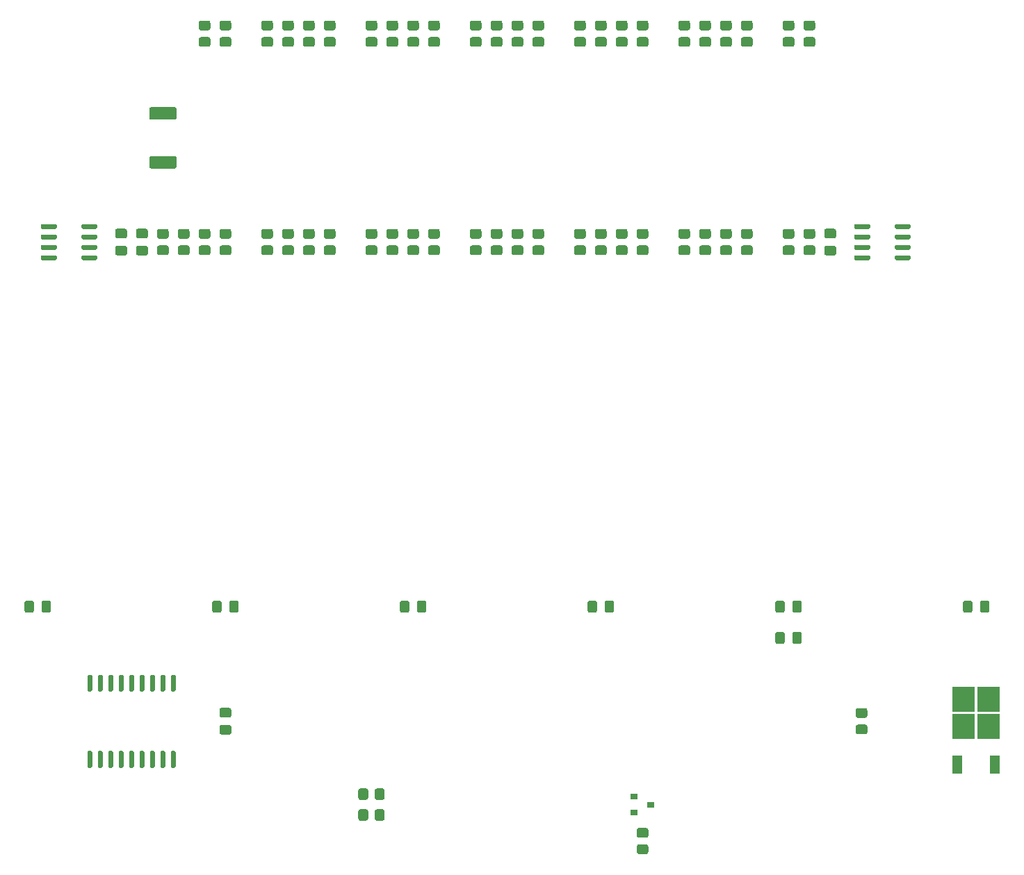
<source format=gtp>
G04 #@! TF.GenerationSoftware,KiCad,Pcbnew,(5.1.10)-1*
G04 #@! TF.CreationDate,2021-09-21T20:09:27+02:00*
G04 #@! TF.ProjectId,LED Strip clock,4c454420-5374-4726-9970-20636c6f636b,V1.0*
G04 #@! TF.SameCoordinates,Original*
G04 #@! TF.FileFunction,Paste,Top*
G04 #@! TF.FilePolarity,Positive*
%FSLAX46Y46*%
G04 Gerber Fmt 4.6, Leading zero omitted, Abs format (unit mm)*
G04 Created by KiCad (PCBNEW (5.1.10)-1) date 2021-09-21 20:09:27*
%MOMM*%
%LPD*%
G01*
G04 APERTURE LIST*
%ADD10R,1.200000X2.200000*%
%ADD11R,2.750000X3.050000*%
%ADD12R,0.900000X0.800000*%
G04 APERTURE END LIST*
G36*
G01*
X199620000Y-61745000D02*
X199620000Y-61445000D01*
G75*
G02*
X199770000Y-61295000I150000J0D01*
G01*
X201420000Y-61295000D01*
G75*
G02*
X201570000Y-61445000I0J-150000D01*
G01*
X201570000Y-61745000D01*
G75*
G02*
X201420000Y-61895000I-150000J0D01*
G01*
X199770000Y-61895000D01*
G75*
G02*
X199620000Y-61745000I0J150000D01*
G01*
G37*
G36*
G01*
X199620000Y-63015000D02*
X199620000Y-62715000D01*
G75*
G02*
X199770000Y-62565000I150000J0D01*
G01*
X201420000Y-62565000D01*
G75*
G02*
X201570000Y-62715000I0J-150000D01*
G01*
X201570000Y-63015000D01*
G75*
G02*
X201420000Y-63165000I-150000J0D01*
G01*
X199770000Y-63165000D01*
G75*
G02*
X199620000Y-63015000I0J150000D01*
G01*
G37*
G36*
G01*
X199620000Y-64285000D02*
X199620000Y-63985000D01*
G75*
G02*
X199770000Y-63835000I150000J0D01*
G01*
X201420000Y-63835000D01*
G75*
G02*
X201570000Y-63985000I0J-150000D01*
G01*
X201570000Y-64285000D01*
G75*
G02*
X201420000Y-64435000I-150000J0D01*
G01*
X199770000Y-64435000D01*
G75*
G02*
X199620000Y-64285000I0J150000D01*
G01*
G37*
G36*
G01*
X199620000Y-65555000D02*
X199620000Y-65255000D01*
G75*
G02*
X199770000Y-65105000I150000J0D01*
G01*
X201420000Y-65105000D01*
G75*
G02*
X201570000Y-65255000I0J-150000D01*
G01*
X201570000Y-65555000D01*
G75*
G02*
X201420000Y-65705000I-150000J0D01*
G01*
X199770000Y-65705000D01*
G75*
G02*
X199620000Y-65555000I0J150000D01*
G01*
G37*
G36*
G01*
X194670000Y-65555000D02*
X194670000Y-65255000D01*
G75*
G02*
X194820000Y-65105000I150000J0D01*
G01*
X196470000Y-65105000D01*
G75*
G02*
X196620000Y-65255000I0J-150000D01*
G01*
X196620000Y-65555000D01*
G75*
G02*
X196470000Y-65705000I-150000J0D01*
G01*
X194820000Y-65705000D01*
G75*
G02*
X194670000Y-65555000I0J150000D01*
G01*
G37*
G36*
G01*
X194670000Y-64285000D02*
X194670000Y-63985000D01*
G75*
G02*
X194820000Y-63835000I150000J0D01*
G01*
X196470000Y-63835000D01*
G75*
G02*
X196620000Y-63985000I0J-150000D01*
G01*
X196620000Y-64285000D01*
G75*
G02*
X196470000Y-64435000I-150000J0D01*
G01*
X194820000Y-64435000D01*
G75*
G02*
X194670000Y-64285000I0J150000D01*
G01*
G37*
G36*
G01*
X194670000Y-63015000D02*
X194670000Y-62715000D01*
G75*
G02*
X194820000Y-62565000I150000J0D01*
G01*
X196470000Y-62565000D01*
G75*
G02*
X196620000Y-62715000I0J-150000D01*
G01*
X196620000Y-63015000D01*
G75*
G02*
X196470000Y-63165000I-150000J0D01*
G01*
X194820000Y-63165000D01*
G75*
G02*
X194670000Y-63015000I0J150000D01*
G01*
G37*
G36*
G01*
X194670000Y-61745000D02*
X194670000Y-61445000D01*
G75*
G02*
X194820000Y-61295000I150000J0D01*
G01*
X196470000Y-61295000D01*
G75*
G02*
X196620000Y-61445000I0J-150000D01*
G01*
X196620000Y-61745000D01*
G75*
G02*
X196470000Y-61895000I-150000J0D01*
G01*
X194820000Y-61895000D01*
G75*
G02*
X194670000Y-61745000I0J150000D01*
G01*
G37*
G36*
G01*
X191295000Y-63950000D02*
X192245000Y-63950000D01*
G75*
G02*
X192495000Y-64200000I0J-250000D01*
G01*
X192495000Y-64875000D01*
G75*
G02*
X192245000Y-65125000I-250000J0D01*
G01*
X191295000Y-65125000D01*
G75*
G02*
X191045000Y-64875000I0J250000D01*
G01*
X191045000Y-64200000D01*
G75*
G02*
X191295000Y-63950000I250000J0D01*
G01*
G37*
G36*
G01*
X191295000Y-61875000D02*
X192245000Y-61875000D01*
G75*
G02*
X192495000Y-62125000I0J-250000D01*
G01*
X192495000Y-62800000D01*
G75*
G02*
X192245000Y-63050000I-250000J0D01*
G01*
X191295000Y-63050000D01*
G75*
G02*
X191045000Y-62800000I0J250000D01*
G01*
X191045000Y-62125000D01*
G75*
G02*
X191295000Y-61875000I250000J0D01*
G01*
G37*
G36*
G01*
X188779999Y-63900000D02*
X189680001Y-63900000D01*
G75*
G02*
X189930000Y-64149999I0J-249999D01*
G01*
X189930000Y-64850001D01*
G75*
G02*
X189680001Y-65100000I-249999J0D01*
G01*
X188779999Y-65100000D01*
G75*
G02*
X188530000Y-64850001I0J249999D01*
G01*
X188530000Y-64149999D01*
G75*
G02*
X188779999Y-63900000I249999J0D01*
G01*
G37*
G36*
G01*
X188779999Y-61900000D02*
X189680001Y-61900000D01*
G75*
G02*
X189930000Y-62149999I0J-249999D01*
G01*
X189930000Y-62850001D01*
G75*
G02*
X189680001Y-63100000I-249999J0D01*
G01*
X188779999Y-63100000D01*
G75*
G02*
X188530000Y-62850001I0J249999D01*
G01*
X188530000Y-62149999D01*
G75*
G02*
X188779999Y-61900000I249999J0D01*
G01*
G37*
G36*
G01*
X166820001Y-37700000D02*
X165919999Y-37700000D01*
G75*
G02*
X165670000Y-37450001I0J249999D01*
G01*
X165670000Y-36749999D01*
G75*
G02*
X165919999Y-36500000I249999J0D01*
G01*
X166820001Y-36500000D01*
G75*
G02*
X167070000Y-36749999I0J-249999D01*
G01*
X167070000Y-37450001D01*
G75*
G02*
X166820001Y-37700000I-249999J0D01*
G01*
G37*
G36*
G01*
X166820001Y-39700000D02*
X165919999Y-39700000D01*
G75*
G02*
X165670000Y-39450001I0J249999D01*
G01*
X165670000Y-38749999D01*
G75*
G02*
X165919999Y-38500000I249999J0D01*
G01*
X166820001Y-38500000D01*
G75*
G02*
X167070000Y-38749999I0J-249999D01*
G01*
X167070000Y-39450001D01*
G75*
G02*
X166820001Y-39700000I-249999J0D01*
G01*
G37*
G36*
G01*
X179520001Y-37700000D02*
X178619999Y-37700000D01*
G75*
G02*
X178370000Y-37450001I0J249999D01*
G01*
X178370000Y-36749999D01*
G75*
G02*
X178619999Y-36500000I249999J0D01*
G01*
X179520001Y-36500000D01*
G75*
G02*
X179770000Y-36749999I0J-249999D01*
G01*
X179770000Y-37450001D01*
G75*
G02*
X179520001Y-37700000I-249999J0D01*
G01*
G37*
G36*
G01*
X179520001Y-39700000D02*
X178619999Y-39700000D01*
G75*
G02*
X178370000Y-39450001I0J249999D01*
G01*
X178370000Y-38749999D01*
G75*
G02*
X178619999Y-38500000I249999J0D01*
G01*
X179520001Y-38500000D01*
G75*
G02*
X179770000Y-38749999I0J-249999D01*
G01*
X179770000Y-39450001D01*
G75*
G02*
X179520001Y-39700000I-249999J0D01*
G01*
G37*
G36*
G01*
X176079999Y-63900000D02*
X176980001Y-63900000D01*
G75*
G02*
X177230000Y-64149999I0J-249999D01*
G01*
X177230000Y-64850001D01*
G75*
G02*
X176980001Y-65100000I-249999J0D01*
G01*
X176079999Y-65100000D01*
G75*
G02*
X175830000Y-64850001I0J249999D01*
G01*
X175830000Y-64149999D01*
G75*
G02*
X176079999Y-63900000I249999J0D01*
G01*
G37*
G36*
G01*
X176079999Y-61900000D02*
X176980001Y-61900000D01*
G75*
G02*
X177230000Y-62149999I0J-249999D01*
G01*
X177230000Y-62850001D01*
G75*
G02*
X176980001Y-63100000I-249999J0D01*
G01*
X176079999Y-63100000D01*
G75*
G02*
X175830000Y-62850001I0J249999D01*
G01*
X175830000Y-62149999D01*
G75*
G02*
X176079999Y-61900000I249999J0D01*
G01*
G37*
G36*
G01*
X182060001Y-37700000D02*
X181159999Y-37700000D01*
G75*
G02*
X180910000Y-37450001I0J249999D01*
G01*
X180910000Y-36749999D01*
G75*
G02*
X181159999Y-36500000I249999J0D01*
G01*
X182060001Y-36500000D01*
G75*
G02*
X182310000Y-36749999I0J-249999D01*
G01*
X182310000Y-37450001D01*
G75*
G02*
X182060001Y-37700000I-249999J0D01*
G01*
G37*
G36*
G01*
X182060001Y-39700000D02*
X181159999Y-39700000D01*
G75*
G02*
X180910000Y-39450001I0J249999D01*
G01*
X180910000Y-38749999D01*
G75*
G02*
X181159999Y-38500000I249999J0D01*
G01*
X182060001Y-38500000D01*
G75*
G02*
X182310000Y-38749999I0J-249999D01*
G01*
X182310000Y-39450001D01*
G75*
G02*
X182060001Y-39700000I-249999J0D01*
G01*
G37*
G36*
G01*
X173539999Y-63900000D02*
X174440001Y-63900000D01*
G75*
G02*
X174690000Y-64149999I0J-249999D01*
G01*
X174690000Y-64850001D01*
G75*
G02*
X174440001Y-65100000I-249999J0D01*
G01*
X173539999Y-65100000D01*
G75*
G02*
X173290000Y-64850001I0J249999D01*
G01*
X173290000Y-64149999D01*
G75*
G02*
X173539999Y-63900000I249999J0D01*
G01*
G37*
G36*
G01*
X173539999Y-61900000D02*
X174440001Y-61900000D01*
G75*
G02*
X174690000Y-62149999I0J-249999D01*
G01*
X174690000Y-62850001D01*
G75*
G02*
X174440001Y-63100000I-249999J0D01*
G01*
X173539999Y-63100000D01*
G75*
G02*
X173290000Y-62850001I0J249999D01*
G01*
X173290000Y-62149999D01*
G75*
G02*
X173539999Y-61900000I249999J0D01*
G01*
G37*
G36*
G01*
X178619999Y-63900000D02*
X179520001Y-63900000D01*
G75*
G02*
X179770000Y-64149999I0J-249999D01*
G01*
X179770000Y-64850001D01*
G75*
G02*
X179520001Y-65100000I-249999J0D01*
G01*
X178619999Y-65100000D01*
G75*
G02*
X178370000Y-64850001I0J249999D01*
G01*
X178370000Y-64149999D01*
G75*
G02*
X178619999Y-63900000I249999J0D01*
G01*
G37*
G36*
G01*
X178619999Y-61900000D02*
X179520001Y-61900000D01*
G75*
G02*
X179770000Y-62149999I0J-249999D01*
G01*
X179770000Y-62850001D01*
G75*
G02*
X179520001Y-63100000I-249999J0D01*
G01*
X178619999Y-63100000D01*
G75*
G02*
X178370000Y-62850001I0J249999D01*
G01*
X178370000Y-62149999D01*
G75*
G02*
X178619999Y-61900000I249999J0D01*
G01*
G37*
G36*
G01*
X176980001Y-37700000D02*
X176079999Y-37700000D01*
G75*
G02*
X175830000Y-37450001I0J249999D01*
G01*
X175830000Y-36749999D01*
G75*
G02*
X176079999Y-36500000I249999J0D01*
G01*
X176980001Y-36500000D01*
G75*
G02*
X177230000Y-36749999I0J-249999D01*
G01*
X177230000Y-37450001D01*
G75*
G02*
X176980001Y-37700000I-249999J0D01*
G01*
G37*
G36*
G01*
X176980001Y-39700000D02*
X176079999Y-39700000D01*
G75*
G02*
X175830000Y-39450001I0J249999D01*
G01*
X175830000Y-38749999D01*
G75*
G02*
X176079999Y-38500000I249999J0D01*
G01*
X176980001Y-38500000D01*
G75*
G02*
X177230000Y-38749999I0J-249999D01*
G01*
X177230000Y-39450001D01*
G75*
G02*
X176980001Y-39700000I-249999J0D01*
G01*
G37*
G36*
G01*
X181159999Y-63900000D02*
X182060001Y-63900000D01*
G75*
G02*
X182310000Y-64149999I0J-249999D01*
G01*
X182310000Y-64850001D01*
G75*
G02*
X182060001Y-65100000I-249999J0D01*
G01*
X181159999Y-65100000D01*
G75*
G02*
X180910000Y-64850001I0J249999D01*
G01*
X180910000Y-64149999D01*
G75*
G02*
X181159999Y-63900000I249999J0D01*
G01*
G37*
G36*
G01*
X181159999Y-61900000D02*
X182060001Y-61900000D01*
G75*
G02*
X182310000Y-62149999I0J-249999D01*
G01*
X182310000Y-62850001D01*
G75*
G02*
X182060001Y-63100000I-249999J0D01*
G01*
X181159999Y-63100000D01*
G75*
G02*
X180910000Y-62850001I0J249999D01*
G01*
X180910000Y-62149999D01*
G75*
G02*
X181159999Y-61900000I249999J0D01*
G01*
G37*
G36*
G01*
X174440001Y-37700000D02*
X173539999Y-37700000D01*
G75*
G02*
X173290000Y-37450001I0J249999D01*
G01*
X173290000Y-36749999D01*
G75*
G02*
X173539999Y-36500000I249999J0D01*
G01*
X174440001Y-36500000D01*
G75*
G02*
X174690000Y-36749999I0J-249999D01*
G01*
X174690000Y-37450001D01*
G75*
G02*
X174440001Y-37700000I-249999J0D01*
G01*
G37*
G36*
G01*
X174440001Y-39700000D02*
X173539999Y-39700000D01*
G75*
G02*
X173290000Y-39450001I0J249999D01*
G01*
X173290000Y-38749999D01*
G75*
G02*
X173539999Y-38500000I249999J0D01*
G01*
X174440001Y-38500000D01*
G75*
G02*
X174690000Y-38749999I0J-249999D01*
G01*
X174690000Y-39450001D01*
G75*
G02*
X174440001Y-39700000I-249999J0D01*
G01*
G37*
G36*
G01*
X186239999Y-63900000D02*
X187140001Y-63900000D01*
G75*
G02*
X187390000Y-64149999I0J-249999D01*
G01*
X187390000Y-64850001D01*
G75*
G02*
X187140001Y-65100000I-249999J0D01*
G01*
X186239999Y-65100000D01*
G75*
G02*
X185990000Y-64850001I0J249999D01*
G01*
X185990000Y-64149999D01*
G75*
G02*
X186239999Y-63900000I249999J0D01*
G01*
G37*
G36*
G01*
X186239999Y-61900000D02*
X187140001Y-61900000D01*
G75*
G02*
X187390000Y-62149999I0J-249999D01*
G01*
X187390000Y-62850001D01*
G75*
G02*
X187140001Y-63100000I-249999J0D01*
G01*
X186239999Y-63100000D01*
G75*
G02*
X185990000Y-62850001I0J249999D01*
G01*
X185990000Y-62149999D01*
G75*
G02*
X186239999Y-61900000I249999J0D01*
G01*
G37*
G36*
G01*
X169360001Y-37700000D02*
X168459999Y-37700000D01*
G75*
G02*
X168210000Y-37450001I0J249999D01*
G01*
X168210000Y-36749999D01*
G75*
G02*
X168459999Y-36500000I249999J0D01*
G01*
X169360001Y-36500000D01*
G75*
G02*
X169610000Y-36749999I0J-249999D01*
G01*
X169610000Y-37450001D01*
G75*
G02*
X169360001Y-37700000I-249999J0D01*
G01*
G37*
G36*
G01*
X169360001Y-39700000D02*
X168459999Y-39700000D01*
G75*
G02*
X168210000Y-39450001I0J249999D01*
G01*
X168210000Y-38749999D01*
G75*
G02*
X168459999Y-38500000I249999J0D01*
G01*
X169360001Y-38500000D01*
G75*
G02*
X169610000Y-38749999I0J-249999D01*
G01*
X169610000Y-39450001D01*
G75*
G02*
X169360001Y-39700000I-249999J0D01*
G01*
G37*
G36*
G01*
X189680001Y-37700000D02*
X188779999Y-37700000D01*
G75*
G02*
X188530000Y-37450001I0J249999D01*
G01*
X188530000Y-36749999D01*
G75*
G02*
X188779999Y-36500000I249999J0D01*
G01*
X189680001Y-36500000D01*
G75*
G02*
X189930000Y-36749999I0J-249999D01*
G01*
X189930000Y-37450001D01*
G75*
G02*
X189680001Y-37700000I-249999J0D01*
G01*
G37*
G36*
G01*
X189680001Y-39700000D02*
X188779999Y-39700000D01*
G75*
G02*
X188530000Y-39450001I0J249999D01*
G01*
X188530000Y-38749999D01*
G75*
G02*
X188779999Y-38500000I249999J0D01*
G01*
X189680001Y-38500000D01*
G75*
G02*
X189930000Y-38749999I0J-249999D01*
G01*
X189930000Y-39450001D01*
G75*
G02*
X189680001Y-39700000I-249999J0D01*
G01*
G37*
G36*
G01*
X165919999Y-63900000D02*
X166820001Y-63900000D01*
G75*
G02*
X167070000Y-64149999I0J-249999D01*
G01*
X167070000Y-64850001D01*
G75*
G02*
X166820001Y-65100000I-249999J0D01*
G01*
X165919999Y-65100000D01*
G75*
G02*
X165670000Y-64850001I0J249999D01*
G01*
X165670000Y-64149999D01*
G75*
G02*
X165919999Y-63900000I249999J0D01*
G01*
G37*
G36*
G01*
X165919999Y-61900000D02*
X166820001Y-61900000D01*
G75*
G02*
X167070000Y-62149999I0J-249999D01*
G01*
X167070000Y-62850001D01*
G75*
G02*
X166820001Y-63100000I-249999J0D01*
G01*
X165919999Y-63100000D01*
G75*
G02*
X165670000Y-62850001I0J249999D01*
G01*
X165670000Y-62149999D01*
G75*
G02*
X165919999Y-61900000I249999J0D01*
G01*
G37*
G36*
G01*
X187140001Y-37700000D02*
X186239999Y-37700000D01*
G75*
G02*
X185990000Y-37450001I0J249999D01*
G01*
X185990000Y-36749999D01*
G75*
G02*
X186239999Y-36500000I249999J0D01*
G01*
X187140001Y-36500000D01*
G75*
G02*
X187390000Y-36749999I0J-249999D01*
G01*
X187390000Y-37450001D01*
G75*
G02*
X187140001Y-37700000I-249999J0D01*
G01*
G37*
G36*
G01*
X187140001Y-39700000D02*
X186239999Y-39700000D01*
G75*
G02*
X185990000Y-39450001I0J249999D01*
G01*
X185990000Y-38749999D01*
G75*
G02*
X186239999Y-38500000I249999J0D01*
G01*
X187140001Y-38500000D01*
G75*
G02*
X187390000Y-38749999I0J-249999D01*
G01*
X187390000Y-39450001D01*
G75*
G02*
X187140001Y-39700000I-249999J0D01*
G01*
G37*
G36*
G01*
X168459999Y-63900000D02*
X169360001Y-63900000D01*
G75*
G02*
X169610000Y-64149999I0J-249999D01*
G01*
X169610000Y-64850001D01*
G75*
G02*
X169360001Y-65100000I-249999J0D01*
G01*
X168459999Y-65100000D01*
G75*
G02*
X168210000Y-64850001I0J249999D01*
G01*
X168210000Y-64149999D01*
G75*
G02*
X168459999Y-63900000I249999J0D01*
G01*
G37*
G36*
G01*
X168459999Y-61900000D02*
X169360001Y-61900000D01*
G75*
G02*
X169610000Y-62149999I0J-249999D01*
G01*
X169610000Y-62850001D01*
G75*
G02*
X169360001Y-63100000I-249999J0D01*
G01*
X168459999Y-63100000D01*
G75*
G02*
X168210000Y-62850001I0J249999D01*
G01*
X168210000Y-62149999D01*
G75*
G02*
X168459999Y-61900000I249999J0D01*
G01*
G37*
G36*
G01*
X210000000Y-108425000D02*
X210000000Y-107475000D01*
G75*
G02*
X210250000Y-107225000I250000J0D01*
G01*
X210925000Y-107225000D01*
G75*
G02*
X211175000Y-107475000I0J-250000D01*
G01*
X211175000Y-108425000D01*
G75*
G02*
X210925000Y-108675000I-250000J0D01*
G01*
X210250000Y-108675000D01*
G75*
G02*
X210000000Y-108425000I0J250000D01*
G01*
G37*
G36*
G01*
X207925000Y-108425000D02*
X207925000Y-107475000D01*
G75*
G02*
X208175000Y-107225000I250000J0D01*
G01*
X208850000Y-107225000D01*
G75*
G02*
X209100000Y-107475000I0J-250000D01*
G01*
X209100000Y-108425000D01*
G75*
G02*
X208850000Y-108675000I-250000J0D01*
G01*
X208175000Y-108675000D01*
G75*
G02*
X207925000Y-108425000I0J250000D01*
G01*
G37*
G36*
G01*
X187140000Y-108425000D02*
X187140000Y-107475000D01*
G75*
G02*
X187390000Y-107225000I250000J0D01*
G01*
X188065000Y-107225000D01*
G75*
G02*
X188315000Y-107475000I0J-250000D01*
G01*
X188315000Y-108425000D01*
G75*
G02*
X188065000Y-108675000I-250000J0D01*
G01*
X187390000Y-108675000D01*
G75*
G02*
X187140000Y-108425000I0J250000D01*
G01*
G37*
G36*
G01*
X185065000Y-108425000D02*
X185065000Y-107475000D01*
G75*
G02*
X185315000Y-107225000I250000J0D01*
G01*
X185990000Y-107225000D01*
G75*
G02*
X186240000Y-107475000I0J-250000D01*
G01*
X186240000Y-108425000D01*
G75*
G02*
X185990000Y-108675000I-250000J0D01*
G01*
X185315000Y-108675000D01*
G75*
G02*
X185065000Y-108425000I0J250000D01*
G01*
G37*
G36*
G01*
X196030001Y-121520000D02*
X195129999Y-121520000D01*
G75*
G02*
X194880000Y-121270001I0J249999D01*
G01*
X194880000Y-120569999D01*
G75*
G02*
X195129999Y-120320000I249999J0D01*
G01*
X196030001Y-120320000D01*
G75*
G02*
X196280000Y-120569999I0J-249999D01*
G01*
X196280000Y-121270001D01*
G75*
G02*
X196030001Y-121520000I-249999J0D01*
G01*
G37*
G36*
G01*
X196030001Y-123520000D02*
X195129999Y-123520000D01*
G75*
G02*
X194880000Y-123270001I0J249999D01*
G01*
X194880000Y-122569999D01*
G75*
G02*
X195129999Y-122320000I249999J0D01*
G01*
X196030001Y-122320000D01*
G75*
G02*
X196280000Y-122569999I0J-249999D01*
G01*
X196280000Y-123270001D01*
G75*
G02*
X196030001Y-123520000I-249999J0D01*
G01*
G37*
G36*
G01*
X100560000Y-61745000D02*
X100560000Y-61445000D01*
G75*
G02*
X100710000Y-61295000I150000J0D01*
G01*
X102360000Y-61295000D01*
G75*
G02*
X102510000Y-61445000I0J-150000D01*
G01*
X102510000Y-61745000D01*
G75*
G02*
X102360000Y-61895000I-150000J0D01*
G01*
X100710000Y-61895000D01*
G75*
G02*
X100560000Y-61745000I0J150000D01*
G01*
G37*
G36*
G01*
X100560000Y-63015000D02*
X100560000Y-62715000D01*
G75*
G02*
X100710000Y-62565000I150000J0D01*
G01*
X102360000Y-62565000D01*
G75*
G02*
X102510000Y-62715000I0J-150000D01*
G01*
X102510000Y-63015000D01*
G75*
G02*
X102360000Y-63165000I-150000J0D01*
G01*
X100710000Y-63165000D01*
G75*
G02*
X100560000Y-63015000I0J150000D01*
G01*
G37*
G36*
G01*
X100560000Y-64285000D02*
X100560000Y-63985000D01*
G75*
G02*
X100710000Y-63835000I150000J0D01*
G01*
X102360000Y-63835000D01*
G75*
G02*
X102510000Y-63985000I0J-150000D01*
G01*
X102510000Y-64285000D01*
G75*
G02*
X102360000Y-64435000I-150000J0D01*
G01*
X100710000Y-64435000D01*
G75*
G02*
X100560000Y-64285000I0J150000D01*
G01*
G37*
G36*
G01*
X100560000Y-65555000D02*
X100560000Y-65255000D01*
G75*
G02*
X100710000Y-65105000I150000J0D01*
G01*
X102360000Y-65105000D01*
G75*
G02*
X102510000Y-65255000I0J-150000D01*
G01*
X102510000Y-65555000D01*
G75*
G02*
X102360000Y-65705000I-150000J0D01*
G01*
X100710000Y-65705000D01*
G75*
G02*
X100560000Y-65555000I0J150000D01*
G01*
G37*
G36*
G01*
X95610000Y-65555000D02*
X95610000Y-65255000D01*
G75*
G02*
X95760000Y-65105000I150000J0D01*
G01*
X97410000Y-65105000D01*
G75*
G02*
X97560000Y-65255000I0J-150000D01*
G01*
X97560000Y-65555000D01*
G75*
G02*
X97410000Y-65705000I-150000J0D01*
G01*
X95760000Y-65705000D01*
G75*
G02*
X95610000Y-65555000I0J150000D01*
G01*
G37*
G36*
G01*
X95610000Y-64285000D02*
X95610000Y-63985000D01*
G75*
G02*
X95760000Y-63835000I150000J0D01*
G01*
X97410000Y-63835000D01*
G75*
G02*
X97560000Y-63985000I0J-150000D01*
G01*
X97560000Y-64285000D01*
G75*
G02*
X97410000Y-64435000I-150000J0D01*
G01*
X95760000Y-64435000D01*
G75*
G02*
X95610000Y-64285000I0J150000D01*
G01*
G37*
G36*
G01*
X95610000Y-63015000D02*
X95610000Y-62715000D01*
G75*
G02*
X95760000Y-62565000I150000J0D01*
G01*
X97410000Y-62565000D01*
G75*
G02*
X97560000Y-62715000I0J-150000D01*
G01*
X97560000Y-63015000D01*
G75*
G02*
X97410000Y-63165000I-150000J0D01*
G01*
X95760000Y-63165000D01*
G75*
G02*
X95610000Y-63015000I0J150000D01*
G01*
G37*
G36*
G01*
X95610000Y-61745000D02*
X95610000Y-61445000D01*
G75*
G02*
X95760000Y-61295000I150000J0D01*
G01*
X97410000Y-61295000D01*
G75*
G02*
X97560000Y-61445000I0J-150000D01*
G01*
X97560000Y-61745000D01*
G75*
G02*
X97410000Y-61895000I-150000J0D01*
G01*
X95760000Y-61895000D01*
G75*
G02*
X95610000Y-61745000I0J150000D01*
G01*
G37*
G36*
G01*
X112579999Y-63900000D02*
X113480001Y-63900000D01*
G75*
G02*
X113730000Y-64149999I0J-249999D01*
G01*
X113730000Y-64850001D01*
G75*
G02*
X113480001Y-65100000I-249999J0D01*
G01*
X112579999Y-65100000D01*
G75*
G02*
X112330000Y-64850001I0J249999D01*
G01*
X112330000Y-64149999D01*
G75*
G02*
X112579999Y-63900000I249999J0D01*
G01*
G37*
G36*
G01*
X112579999Y-61900000D02*
X113480001Y-61900000D01*
G75*
G02*
X113730000Y-62149999I0J-249999D01*
G01*
X113730000Y-62850001D01*
G75*
G02*
X113480001Y-63100000I-249999J0D01*
G01*
X112579999Y-63100000D01*
G75*
G02*
X112330000Y-62850001I0J249999D01*
G01*
X112330000Y-62149999D01*
G75*
G02*
X112579999Y-61900000I249999J0D01*
G01*
G37*
G36*
G01*
X110940001Y-63100000D02*
X110039999Y-63100000D01*
G75*
G02*
X109790000Y-62850001I0J249999D01*
G01*
X109790000Y-62149999D01*
G75*
G02*
X110039999Y-61900000I249999J0D01*
G01*
X110940001Y-61900000D01*
G75*
G02*
X111190000Y-62149999I0J-249999D01*
G01*
X111190000Y-62850001D01*
G75*
G02*
X110940001Y-63100000I-249999J0D01*
G01*
G37*
G36*
G01*
X110940001Y-65100000D02*
X110039999Y-65100000D01*
G75*
G02*
X109790000Y-64850001I0J249999D01*
G01*
X109790000Y-64149999D01*
G75*
G02*
X110039999Y-63900000I249999J0D01*
G01*
X110940001Y-63900000D01*
G75*
G02*
X111190000Y-64149999I0J-249999D01*
G01*
X111190000Y-64850001D01*
G75*
G02*
X110940001Y-65100000I-249999J0D01*
G01*
G37*
G36*
G01*
X111915001Y-48575000D02*
X109064999Y-48575000D01*
G75*
G02*
X108815000Y-48325001I0J249999D01*
G01*
X108815000Y-47299999D01*
G75*
G02*
X109064999Y-47050000I249999J0D01*
G01*
X111915001Y-47050000D01*
G75*
G02*
X112165000Y-47299999I0J-249999D01*
G01*
X112165000Y-48325001D01*
G75*
G02*
X111915001Y-48575000I-249999J0D01*
G01*
G37*
G36*
G01*
X111915001Y-54550000D02*
X109064999Y-54550000D01*
G75*
G02*
X108815000Y-54300001I0J249999D01*
G01*
X108815000Y-53274999D01*
G75*
G02*
X109064999Y-53025000I249999J0D01*
G01*
X111915001Y-53025000D01*
G75*
G02*
X112165000Y-53274999I0J-249999D01*
G01*
X112165000Y-54300001D01*
G75*
G02*
X111915001Y-54550000I-249999J0D01*
G01*
G37*
G36*
G01*
X107475000Y-63950000D02*
X108425000Y-63950000D01*
G75*
G02*
X108675000Y-64200000I0J-250000D01*
G01*
X108675000Y-64875000D01*
G75*
G02*
X108425000Y-65125000I-250000J0D01*
G01*
X107475000Y-65125000D01*
G75*
G02*
X107225000Y-64875000I0J250000D01*
G01*
X107225000Y-64200000D01*
G75*
G02*
X107475000Y-63950000I250000J0D01*
G01*
G37*
G36*
G01*
X107475000Y-61875000D02*
X108425000Y-61875000D01*
G75*
G02*
X108675000Y-62125000I0J-250000D01*
G01*
X108675000Y-62800000D01*
G75*
G02*
X108425000Y-63050000I-250000J0D01*
G01*
X107475000Y-63050000D01*
G75*
G02*
X107225000Y-62800000I0J250000D01*
G01*
X107225000Y-62125000D01*
G75*
G02*
X107475000Y-61875000I250000J0D01*
G01*
G37*
G36*
G01*
X105885000Y-63050000D02*
X104935000Y-63050000D01*
G75*
G02*
X104685000Y-62800000I0J250000D01*
G01*
X104685000Y-62125000D01*
G75*
G02*
X104935000Y-61875000I250000J0D01*
G01*
X105885000Y-61875000D01*
G75*
G02*
X106135000Y-62125000I0J-250000D01*
G01*
X106135000Y-62800000D01*
G75*
G02*
X105885000Y-63050000I-250000J0D01*
G01*
G37*
G36*
G01*
X105885000Y-65125000D02*
X104935000Y-65125000D01*
G75*
G02*
X104685000Y-64875000I0J250000D01*
G01*
X104685000Y-64200000D01*
G75*
G02*
X104935000Y-63950000I250000J0D01*
G01*
X105885000Y-63950000D01*
G75*
G02*
X106135000Y-64200000I0J-250000D01*
G01*
X106135000Y-64875000D01*
G75*
G02*
X105885000Y-65125000I-250000J0D01*
G01*
G37*
G36*
G01*
X111610000Y-125545000D02*
X111910000Y-125545000D01*
G75*
G02*
X112060000Y-125695000I0J-150000D01*
G01*
X112060000Y-127445000D01*
G75*
G02*
X111910000Y-127595000I-150000J0D01*
G01*
X111610000Y-127595000D01*
G75*
G02*
X111460000Y-127445000I0J150000D01*
G01*
X111460000Y-125695000D01*
G75*
G02*
X111610000Y-125545000I150000J0D01*
G01*
G37*
G36*
G01*
X110340000Y-125545000D02*
X110640000Y-125545000D01*
G75*
G02*
X110790000Y-125695000I0J-150000D01*
G01*
X110790000Y-127445000D01*
G75*
G02*
X110640000Y-127595000I-150000J0D01*
G01*
X110340000Y-127595000D01*
G75*
G02*
X110190000Y-127445000I0J150000D01*
G01*
X110190000Y-125695000D01*
G75*
G02*
X110340000Y-125545000I150000J0D01*
G01*
G37*
G36*
G01*
X109070000Y-125545000D02*
X109370000Y-125545000D01*
G75*
G02*
X109520000Y-125695000I0J-150000D01*
G01*
X109520000Y-127445000D01*
G75*
G02*
X109370000Y-127595000I-150000J0D01*
G01*
X109070000Y-127595000D01*
G75*
G02*
X108920000Y-127445000I0J150000D01*
G01*
X108920000Y-125695000D01*
G75*
G02*
X109070000Y-125545000I150000J0D01*
G01*
G37*
G36*
G01*
X107800000Y-125545000D02*
X108100000Y-125545000D01*
G75*
G02*
X108250000Y-125695000I0J-150000D01*
G01*
X108250000Y-127445000D01*
G75*
G02*
X108100000Y-127595000I-150000J0D01*
G01*
X107800000Y-127595000D01*
G75*
G02*
X107650000Y-127445000I0J150000D01*
G01*
X107650000Y-125695000D01*
G75*
G02*
X107800000Y-125545000I150000J0D01*
G01*
G37*
G36*
G01*
X106530000Y-125545000D02*
X106830000Y-125545000D01*
G75*
G02*
X106980000Y-125695000I0J-150000D01*
G01*
X106980000Y-127445000D01*
G75*
G02*
X106830000Y-127595000I-150000J0D01*
G01*
X106530000Y-127595000D01*
G75*
G02*
X106380000Y-127445000I0J150000D01*
G01*
X106380000Y-125695000D01*
G75*
G02*
X106530000Y-125545000I150000J0D01*
G01*
G37*
G36*
G01*
X105260000Y-125545000D02*
X105560000Y-125545000D01*
G75*
G02*
X105710000Y-125695000I0J-150000D01*
G01*
X105710000Y-127445000D01*
G75*
G02*
X105560000Y-127595000I-150000J0D01*
G01*
X105260000Y-127595000D01*
G75*
G02*
X105110000Y-127445000I0J150000D01*
G01*
X105110000Y-125695000D01*
G75*
G02*
X105260000Y-125545000I150000J0D01*
G01*
G37*
G36*
G01*
X103990000Y-125545000D02*
X104290000Y-125545000D01*
G75*
G02*
X104440000Y-125695000I0J-150000D01*
G01*
X104440000Y-127445000D01*
G75*
G02*
X104290000Y-127595000I-150000J0D01*
G01*
X103990000Y-127595000D01*
G75*
G02*
X103840000Y-127445000I0J150000D01*
G01*
X103840000Y-125695000D01*
G75*
G02*
X103990000Y-125545000I150000J0D01*
G01*
G37*
G36*
G01*
X102720000Y-125545000D02*
X103020000Y-125545000D01*
G75*
G02*
X103170000Y-125695000I0J-150000D01*
G01*
X103170000Y-127445000D01*
G75*
G02*
X103020000Y-127595000I-150000J0D01*
G01*
X102720000Y-127595000D01*
G75*
G02*
X102570000Y-127445000I0J150000D01*
G01*
X102570000Y-125695000D01*
G75*
G02*
X102720000Y-125545000I150000J0D01*
G01*
G37*
G36*
G01*
X101450000Y-125545000D02*
X101750000Y-125545000D01*
G75*
G02*
X101900000Y-125695000I0J-150000D01*
G01*
X101900000Y-127445000D01*
G75*
G02*
X101750000Y-127595000I-150000J0D01*
G01*
X101450000Y-127595000D01*
G75*
G02*
X101300000Y-127445000I0J150000D01*
G01*
X101300000Y-125695000D01*
G75*
G02*
X101450000Y-125545000I150000J0D01*
G01*
G37*
G36*
G01*
X101450000Y-116245000D02*
X101750000Y-116245000D01*
G75*
G02*
X101900000Y-116395000I0J-150000D01*
G01*
X101900000Y-118145000D01*
G75*
G02*
X101750000Y-118295000I-150000J0D01*
G01*
X101450000Y-118295000D01*
G75*
G02*
X101300000Y-118145000I0J150000D01*
G01*
X101300000Y-116395000D01*
G75*
G02*
X101450000Y-116245000I150000J0D01*
G01*
G37*
G36*
G01*
X102720000Y-116245000D02*
X103020000Y-116245000D01*
G75*
G02*
X103170000Y-116395000I0J-150000D01*
G01*
X103170000Y-118145000D01*
G75*
G02*
X103020000Y-118295000I-150000J0D01*
G01*
X102720000Y-118295000D01*
G75*
G02*
X102570000Y-118145000I0J150000D01*
G01*
X102570000Y-116395000D01*
G75*
G02*
X102720000Y-116245000I150000J0D01*
G01*
G37*
G36*
G01*
X103990000Y-116245000D02*
X104290000Y-116245000D01*
G75*
G02*
X104440000Y-116395000I0J-150000D01*
G01*
X104440000Y-118145000D01*
G75*
G02*
X104290000Y-118295000I-150000J0D01*
G01*
X103990000Y-118295000D01*
G75*
G02*
X103840000Y-118145000I0J150000D01*
G01*
X103840000Y-116395000D01*
G75*
G02*
X103990000Y-116245000I150000J0D01*
G01*
G37*
G36*
G01*
X105260000Y-116245000D02*
X105560000Y-116245000D01*
G75*
G02*
X105710000Y-116395000I0J-150000D01*
G01*
X105710000Y-118145000D01*
G75*
G02*
X105560000Y-118295000I-150000J0D01*
G01*
X105260000Y-118295000D01*
G75*
G02*
X105110000Y-118145000I0J150000D01*
G01*
X105110000Y-116395000D01*
G75*
G02*
X105260000Y-116245000I150000J0D01*
G01*
G37*
G36*
G01*
X106530000Y-116245000D02*
X106830000Y-116245000D01*
G75*
G02*
X106980000Y-116395000I0J-150000D01*
G01*
X106980000Y-118145000D01*
G75*
G02*
X106830000Y-118295000I-150000J0D01*
G01*
X106530000Y-118295000D01*
G75*
G02*
X106380000Y-118145000I0J150000D01*
G01*
X106380000Y-116395000D01*
G75*
G02*
X106530000Y-116245000I150000J0D01*
G01*
G37*
G36*
G01*
X107800000Y-116245000D02*
X108100000Y-116245000D01*
G75*
G02*
X108250000Y-116395000I0J-150000D01*
G01*
X108250000Y-118145000D01*
G75*
G02*
X108100000Y-118295000I-150000J0D01*
G01*
X107800000Y-118295000D01*
G75*
G02*
X107650000Y-118145000I0J150000D01*
G01*
X107650000Y-116395000D01*
G75*
G02*
X107800000Y-116245000I150000J0D01*
G01*
G37*
G36*
G01*
X109070000Y-116245000D02*
X109370000Y-116245000D01*
G75*
G02*
X109520000Y-116395000I0J-150000D01*
G01*
X109520000Y-118145000D01*
G75*
G02*
X109370000Y-118295000I-150000J0D01*
G01*
X109070000Y-118295000D01*
G75*
G02*
X108920000Y-118145000I0J150000D01*
G01*
X108920000Y-116395000D01*
G75*
G02*
X109070000Y-116245000I150000J0D01*
G01*
G37*
G36*
G01*
X110340000Y-116245000D02*
X110640000Y-116245000D01*
G75*
G02*
X110790000Y-116395000I0J-150000D01*
G01*
X110790000Y-118145000D01*
G75*
G02*
X110640000Y-118295000I-150000J0D01*
G01*
X110340000Y-118295000D01*
G75*
G02*
X110190000Y-118145000I0J150000D01*
G01*
X110190000Y-116395000D01*
G75*
G02*
X110340000Y-116245000I150000J0D01*
G01*
G37*
G36*
G01*
X111610000Y-116245000D02*
X111910000Y-116245000D01*
G75*
G02*
X112060000Y-116395000I0J-150000D01*
G01*
X112060000Y-118145000D01*
G75*
G02*
X111910000Y-118295000I-150000J0D01*
G01*
X111610000Y-118295000D01*
G75*
G02*
X111460000Y-118145000I0J150000D01*
G01*
X111460000Y-116395000D01*
G75*
G02*
X111610000Y-116245000I150000J0D01*
G01*
G37*
G36*
G01*
X135490000Y-130359999D02*
X135490000Y-131260001D01*
G75*
G02*
X135240001Y-131510000I-249999J0D01*
G01*
X134539999Y-131510000D01*
G75*
G02*
X134290000Y-131260001I0J249999D01*
G01*
X134290000Y-130359999D01*
G75*
G02*
X134539999Y-130110000I249999J0D01*
G01*
X135240001Y-130110000D01*
G75*
G02*
X135490000Y-130359999I0J-249999D01*
G01*
G37*
G36*
G01*
X137490000Y-130359999D02*
X137490000Y-131260001D01*
G75*
G02*
X137240001Y-131510000I-249999J0D01*
G01*
X136539999Y-131510000D01*
G75*
G02*
X136290000Y-131260001I0J249999D01*
G01*
X136290000Y-130359999D01*
G75*
G02*
X136539999Y-130110000I249999J0D01*
G01*
X137240001Y-130110000D01*
G75*
G02*
X137490000Y-130359999I0J-249999D01*
G01*
G37*
G36*
G01*
X135490000Y-132899999D02*
X135490000Y-133800001D01*
G75*
G02*
X135240001Y-134050000I-249999J0D01*
G01*
X134539999Y-134050000D01*
G75*
G02*
X134290000Y-133800001I0J249999D01*
G01*
X134290000Y-132899999D01*
G75*
G02*
X134539999Y-132650000I249999J0D01*
G01*
X135240001Y-132650000D01*
G75*
G02*
X135490000Y-132899999I0J-249999D01*
G01*
G37*
G36*
G01*
X137490000Y-132899999D02*
X137490000Y-133800001D01*
G75*
G02*
X137240001Y-134050000I-249999J0D01*
G01*
X136539999Y-134050000D01*
G75*
G02*
X136290000Y-133800001I0J249999D01*
G01*
X136290000Y-132899999D01*
G75*
G02*
X136539999Y-132650000I249999J0D01*
G01*
X137240001Y-132650000D01*
G75*
G02*
X137490000Y-132899999I0J-249999D01*
G01*
G37*
G36*
G01*
X118585000Y-121470000D02*
X117635000Y-121470000D01*
G75*
G02*
X117385000Y-121220000I0J250000D01*
G01*
X117385000Y-120545000D01*
G75*
G02*
X117635000Y-120295000I250000J0D01*
G01*
X118585000Y-120295000D01*
G75*
G02*
X118835000Y-120545000I0J-250000D01*
G01*
X118835000Y-121220000D01*
G75*
G02*
X118585000Y-121470000I-250000J0D01*
G01*
G37*
G36*
G01*
X118585000Y-123545000D02*
X117635000Y-123545000D01*
G75*
G02*
X117385000Y-123295000I0J250000D01*
G01*
X117385000Y-122620000D01*
G75*
G02*
X117635000Y-122370000I250000J0D01*
G01*
X118585000Y-122370000D01*
G75*
G02*
X118835000Y-122620000I0J-250000D01*
G01*
X118835000Y-123295000D01*
G75*
G02*
X118585000Y-123545000I-250000J0D01*
G01*
G37*
G36*
G01*
X163379999Y-63900000D02*
X164280001Y-63900000D01*
G75*
G02*
X164530000Y-64149999I0J-249999D01*
G01*
X164530000Y-64850001D01*
G75*
G02*
X164280001Y-65100000I-249999J0D01*
G01*
X163379999Y-65100000D01*
G75*
G02*
X163130000Y-64850001I0J249999D01*
G01*
X163130000Y-64149999D01*
G75*
G02*
X163379999Y-63900000I249999J0D01*
G01*
G37*
G36*
G01*
X163379999Y-61900000D02*
X164280001Y-61900000D01*
G75*
G02*
X164530000Y-62149999I0J-249999D01*
G01*
X164530000Y-62850001D01*
G75*
G02*
X164280001Y-63100000I-249999J0D01*
G01*
X163379999Y-63100000D01*
G75*
G02*
X163130000Y-62850001I0J249999D01*
G01*
X163130000Y-62149999D01*
G75*
G02*
X163379999Y-61900000I249999J0D01*
G01*
G37*
G36*
G01*
X141420001Y-37700000D02*
X140519999Y-37700000D01*
G75*
G02*
X140270000Y-37450001I0J249999D01*
G01*
X140270000Y-36749999D01*
G75*
G02*
X140519999Y-36500000I249999J0D01*
G01*
X141420001Y-36500000D01*
G75*
G02*
X141670000Y-36749999I0J-249999D01*
G01*
X141670000Y-37450001D01*
G75*
G02*
X141420001Y-37700000I-249999J0D01*
G01*
G37*
G36*
G01*
X141420001Y-39700000D02*
X140519999Y-39700000D01*
G75*
G02*
X140270000Y-39450001I0J249999D01*
G01*
X140270000Y-38749999D01*
G75*
G02*
X140519999Y-38500000I249999J0D01*
G01*
X141420001Y-38500000D01*
G75*
G02*
X141670000Y-38749999I0J-249999D01*
G01*
X141670000Y-39450001D01*
G75*
G02*
X141420001Y-39700000I-249999J0D01*
G01*
G37*
G36*
G01*
X137979999Y-63900000D02*
X138880001Y-63900000D01*
G75*
G02*
X139130000Y-64149999I0J-249999D01*
G01*
X139130000Y-64850001D01*
G75*
G02*
X138880001Y-65100000I-249999J0D01*
G01*
X137979999Y-65100000D01*
G75*
G02*
X137730000Y-64850001I0J249999D01*
G01*
X137730000Y-64149999D01*
G75*
G02*
X137979999Y-63900000I249999J0D01*
G01*
G37*
G36*
G01*
X137979999Y-61900000D02*
X138880001Y-61900000D01*
G75*
G02*
X139130000Y-62149999I0J-249999D01*
G01*
X139130000Y-62850001D01*
G75*
G02*
X138880001Y-63100000I-249999J0D01*
G01*
X137979999Y-63100000D01*
G75*
G02*
X137730000Y-62850001I0J249999D01*
G01*
X137730000Y-62149999D01*
G75*
G02*
X137979999Y-61900000I249999J0D01*
G01*
G37*
G36*
G01*
X125279999Y-63900000D02*
X126180001Y-63900000D01*
G75*
G02*
X126430000Y-64149999I0J-249999D01*
G01*
X126430000Y-64850001D01*
G75*
G02*
X126180001Y-65100000I-249999J0D01*
G01*
X125279999Y-65100000D01*
G75*
G02*
X125030000Y-64850001I0J249999D01*
G01*
X125030000Y-64149999D01*
G75*
G02*
X125279999Y-63900000I249999J0D01*
G01*
G37*
G36*
G01*
X125279999Y-61900000D02*
X126180001Y-61900000D01*
G75*
G02*
X126430000Y-62149999I0J-249999D01*
G01*
X126430000Y-62850001D01*
G75*
G02*
X126180001Y-63100000I-249999J0D01*
G01*
X125279999Y-63100000D01*
G75*
G02*
X125030000Y-62850001I0J249999D01*
G01*
X125030000Y-62149999D01*
G75*
G02*
X125279999Y-61900000I249999J0D01*
G01*
G37*
G36*
G01*
X154120001Y-37700000D02*
X153219999Y-37700000D01*
G75*
G02*
X152970000Y-37450001I0J249999D01*
G01*
X152970000Y-36749999D01*
G75*
G02*
X153219999Y-36500000I249999J0D01*
G01*
X154120001Y-36500000D01*
G75*
G02*
X154370000Y-36749999I0J-249999D01*
G01*
X154370000Y-37450001D01*
G75*
G02*
X154120001Y-37700000I-249999J0D01*
G01*
G37*
G36*
G01*
X154120001Y-39700000D02*
X153219999Y-39700000D01*
G75*
G02*
X152970000Y-39450001I0J249999D01*
G01*
X152970000Y-38749999D01*
G75*
G02*
X153219999Y-38500000I249999J0D01*
G01*
X154120001Y-38500000D01*
G75*
G02*
X154370000Y-38749999I0J-249999D01*
G01*
X154370000Y-39450001D01*
G75*
G02*
X154120001Y-39700000I-249999J0D01*
G01*
G37*
G36*
G01*
X150679999Y-63900000D02*
X151580001Y-63900000D01*
G75*
G02*
X151830000Y-64149999I0J-249999D01*
G01*
X151830000Y-64850001D01*
G75*
G02*
X151580001Y-65100000I-249999J0D01*
G01*
X150679999Y-65100000D01*
G75*
G02*
X150430000Y-64850001I0J249999D01*
G01*
X150430000Y-64149999D01*
G75*
G02*
X150679999Y-63900000I249999J0D01*
G01*
G37*
G36*
G01*
X150679999Y-61900000D02*
X151580001Y-61900000D01*
G75*
G02*
X151830000Y-62149999I0J-249999D01*
G01*
X151830000Y-62850001D01*
G75*
G02*
X151580001Y-63100000I-249999J0D01*
G01*
X150679999Y-63100000D01*
G75*
G02*
X150430000Y-62850001I0J249999D01*
G01*
X150430000Y-62149999D01*
G75*
G02*
X150679999Y-61900000I249999J0D01*
G01*
G37*
G36*
G01*
X128720001Y-37700000D02*
X127819999Y-37700000D01*
G75*
G02*
X127570000Y-37450001I0J249999D01*
G01*
X127570000Y-36749999D01*
G75*
G02*
X127819999Y-36500000I249999J0D01*
G01*
X128720001Y-36500000D01*
G75*
G02*
X128970000Y-36749999I0J-249999D01*
G01*
X128970000Y-37450001D01*
G75*
G02*
X128720001Y-37700000I-249999J0D01*
G01*
G37*
G36*
G01*
X128720001Y-39700000D02*
X127819999Y-39700000D01*
G75*
G02*
X127570000Y-39450001I0J249999D01*
G01*
X127570000Y-38749999D01*
G75*
G02*
X127819999Y-38500000I249999J0D01*
G01*
X128720001Y-38500000D01*
G75*
G02*
X128970000Y-38749999I0J-249999D01*
G01*
X128970000Y-39450001D01*
G75*
G02*
X128720001Y-39700000I-249999J0D01*
G01*
G37*
G36*
G01*
X116020001Y-37700000D02*
X115119999Y-37700000D01*
G75*
G02*
X114870000Y-37450001I0J249999D01*
G01*
X114870000Y-36749999D01*
G75*
G02*
X115119999Y-36500000I249999J0D01*
G01*
X116020001Y-36500000D01*
G75*
G02*
X116270000Y-36749999I0J-249999D01*
G01*
X116270000Y-37450001D01*
G75*
G02*
X116020001Y-37700000I-249999J0D01*
G01*
G37*
G36*
G01*
X116020001Y-39700000D02*
X115119999Y-39700000D01*
G75*
G02*
X114870000Y-39450001I0J249999D01*
G01*
X114870000Y-38749999D01*
G75*
G02*
X115119999Y-38500000I249999J0D01*
G01*
X116020001Y-38500000D01*
G75*
G02*
X116270000Y-38749999I0J-249999D01*
G01*
X116270000Y-39450001D01*
G75*
G02*
X116020001Y-39700000I-249999J0D01*
G01*
G37*
G36*
G01*
X156660001Y-37700000D02*
X155759999Y-37700000D01*
G75*
G02*
X155510000Y-37450001I0J249999D01*
G01*
X155510000Y-36749999D01*
G75*
G02*
X155759999Y-36500000I249999J0D01*
G01*
X156660001Y-36500000D01*
G75*
G02*
X156910000Y-36749999I0J-249999D01*
G01*
X156910000Y-37450001D01*
G75*
G02*
X156660001Y-37700000I-249999J0D01*
G01*
G37*
G36*
G01*
X156660001Y-39700000D02*
X155759999Y-39700000D01*
G75*
G02*
X155510000Y-39450001I0J249999D01*
G01*
X155510000Y-38749999D01*
G75*
G02*
X155759999Y-38500000I249999J0D01*
G01*
X156660001Y-38500000D01*
G75*
G02*
X156910000Y-38749999I0J-249999D01*
G01*
X156910000Y-39450001D01*
G75*
G02*
X156660001Y-39700000I-249999J0D01*
G01*
G37*
G36*
G01*
X148139999Y-63900000D02*
X149040001Y-63900000D01*
G75*
G02*
X149290000Y-64149999I0J-249999D01*
G01*
X149290000Y-64850001D01*
G75*
G02*
X149040001Y-65100000I-249999J0D01*
G01*
X148139999Y-65100000D01*
G75*
G02*
X147890000Y-64850001I0J249999D01*
G01*
X147890000Y-64149999D01*
G75*
G02*
X148139999Y-63900000I249999J0D01*
G01*
G37*
G36*
G01*
X148139999Y-61900000D02*
X149040001Y-61900000D01*
G75*
G02*
X149290000Y-62149999I0J-249999D01*
G01*
X149290000Y-62850001D01*
G75*
G02*
X149040001Y-63100000I-249999J0D01*
G01*
X148139999Y-63100000D01*
G75*
G02*
X147890000Y-62850001I0J249999D01*
G01*
X147890000Y-62149999D01*
G75*
G02*
X148139999Y-61900000I249999J0D01*
G01*
G37*
G36*
G01*
X131260001Y-37700000D02*
X130359999Y-37700000D01*
G75*
G02*
X130110000Y-37450001I0J249999D01*
G01*
X130110000Y-36749999D01*
G75*
G02*
X130359999Y-36500000I249999J0D01*
G01*
X131260001Y-36500000D01*
G75*
G02*
X131510000Y-36749999I0J-249999D01*
G01*
X131510000Y-37450001D01*
G75*
G02*
X131260001Y-37700000I-249999J0D01*
G01*
G37*
G36*
G01*
X131260001Y-39700000D02*
X130359999Y-39700000D01*
G75*
G02*
X130110000Y-39450001I0J249999D01*
G01*
X130110000Y-38749999D01*
G75*
G02*
X130359999Y-38500000I249999J0D01*
G01*
X131260001Y-38500000D01*
G75*
G02*
X131510000Y-38749999I0J-249999D01*
G01*
X131510000Y-39450001D01*
G75*
G02*
X131260001Y-39700000I-249999J0D01*
G01*
G37*
G36*
G01*
X118560001Y-37700000D02*
X117659999Y-37700000D01*
G75*
G02*
X117410000Y-37450001I0J249999D01*
G01*
X117410000Y-36749999D01*
G75*
G02*
X117659999Y-36500000I249999J0D01*
G01*
X118560001Y-36500000D01*
G75*
G02*
X118810000Y-36749999I0J-249999D01*
G01*
X118810000Y-37450001D01*
G75*
G02*
X118560001Y-37700000I-249999J0D01*
G01*
G37*
G36*
G01*
X118560001Y-39700000D02*
X117659999Y-39700000D01*
G75*
G02*
X117410000Y-39450001I0J249999D01*
G01*
X117410000Y-38749999D01*
G75*
G02*
X117659999Y-38500000I249999J0D01*
G01*
X118560001Y-38500000D01*
G75*
G02*
X118810000Y-38749999I0J-249999D01*
G01*
X118810000Y-39450001D01*
G75*
G02*
X118560001Y-39700000I-249999J0D01*
G01*
G37*
G36*
G01*
X153219999Y-63900000D02*
X154120001Y-63900000D01*
G75*
G02*
X154370000Y-64149999I0J-249999D01*
G01*
X154370000Y-64850001D01*
G75*
G02*
X154120001Y-65100000I-249999J0D01*
G01*
X153219999Y-65100000D01*
G75*
G02*
X152970000Y-64850001I0J249999D01*
G01*
X152970000Y-64149999D01*
G75*
G02*
X153219999Y-63900000I249999J0D01*
G01*
G37*
G36*
G01*
X153219999Y-61900000D02*
X154120001Y-61900000D01*
G75*
G02*
X154370000Y-62149999I0J-249999D01*
G01*
X154370000Y-62850001D01*
G75*
G02*
X154120001Y-63100000I-249999J0D01*
G01*
X153219999Y-63100000D01*
G75*
G02*
X152970000Y-62850001I0J249999D01*
G01*
X152970000Y-62149999D01*
G75*
G02*
X153219999Y-61900000I249999J0D01*
G01*
G37*
G36*
G01*
X151580001Y-37700000D02*
X150679999Y-37700000D01*
G75*
G02*
X150430000Y-37450001I0J249999D01*
G01*
X150430000Y-36749999D01*
G75*
G02*
X150679999Y-36500000I249999J0D01*
G01*
X151580001Y-36500000D01*
G75*
G02*
X151830000Y-36749999I0J-249999D01*
G01*
X151830000Y-37450001D01*
G75*
G02*
X151580001Y-37700000I-249999J0D01*
G01*
G37*
G36*
G01*
X151580001Y-39700000D02*
X150679999Y-39700000D01*
G75*
G02*
X150430000Y-39450001I0J249999D01*
G01*
X150430000Y-38749999D01*
G75*
G02*
X150679999Y-38500000I249999J0D01*
G01*
X151580001Y-38500000D01*
G75*
G02*
X151830000Y-38749999I0J-249999D01*
G01*
X151830000Y-39450001D01*
G75*
G02*
X151580001Y-39700000I-249999J0D01*
G01*
G37*
G36*
G01*
X127819999Y-63900000D02*
X128720001Y-63900000D01*
G75*
G02*
X128970000Y-64149999I0J-249999D01*
G01*
X128970000Y-64850001D01*
G75*
G02*
X128720001Y-65100000I-249999J0D01*
G01*
X127819999Y-65100000D01*
G75*
G02*
X127570000Y-64850001I0J249999D01*
G01*
X127570000Y-64149999D01*
G75*
G02*
X127819999Y-63900000I249999J0D01*
G01*
G37*
G36*
G01*
X127819999Y-61900000D02*
X128720001Y-61900000D01*
G75*
G02*
X128970000Y-62149999I0J-249999D01*
G01*
X128970000Y-62850001D01*
G75*
G02*
X128720001Y-63100000I-249999J0D01*
G01*
X127819999Y-63100000D01*
G75*
G02*
X127570000Y-62850001I0J249999D01*
G01*
X127570000Y-62149999D01*
G75*
G02*
X127819999Y-61900000I249999J0D01*
G01*
G37*
G36*
G01*
X115119999Y-63900000D02*
X116020001Y-63900000D01*
G75*
G02*
X116270000Y-64149999I0J-249999D01*
G01*
X116270000Y-64850001D01*
G75*
G02*
X116020001Y-65100000I-249999J0D01*
G01*
X115119999Y-65100000D01*
G75*
G02*
X114870000Y-64850001I0J249999D01*
G01*
X114870000Y-64149999D01*
G75*
G02*
X115119999Y-63900000I249999J0D01*
G01*
G37*
G36*
G01*
X115119999Y-61900000D02*
X116020001Y-61900000D01*
G75*
G02*
X116270000Y-62149999I0J-249999D01*
G01*
X116270000Y-62850001D01*
G75*
G02*
X116020001Y-63100000I-249999J0D01*
G01*
X115119999Y-63100000D01*
G75*
G02*
X114870000Y-62850001I0J249999D01*
G01*
X114870000Y-62149999D01*
G75*
G02*
X115119999Y-61900000I249999J0D01*
G01*
G37*
G36*
G01*
X155759999Y-63900000D02*
X156660001Y-63900000D01*
G75*
G02*
X156910000Y-64149999I0J-249999D01*
G01*
X156910000Y-64850001D01*
G75*
G02*
X156660001Y-65100000I-249999J0D01*
G01*
X155759999Y-65100000D01*
G75*
G02*
X155510000Y-64850001I0J249999D01*
G01*
X155510000Y-64149999D01*
G75*
G02*
X155759999Y-63900000I249999J0D01*
G01*
G37*
G36*
G01*
X155759999Y-61900000D02*
X156660001Y-61900000D01*
G75*
G02*
X156910000Y-62149999I0J-249999D01*
G01*
X156910000Y-62850001D01*
G75*
G02*
X156660001Y-63100000I-249999J0D01*
G01*
X155759999Y-63100000D01*
G75*
G02*
X155510000Y-62850001I0J249999D01*
G01*
X155510000Y-62149999D01*
G75*
G02*
X155759999Y-61900000I249999J0D01*
G01*
G37*
G36*
G01*
X149040001Y-37700000D02*
X148139999Y-37700000D01*
G75*
G02*
X147890000Y-37450001I0J249999D01*
G01*
X147890000Y-36749999D01*
G75*
G02*
X148139999Y-36500000I249999J0D01*
G01*
X149040001Y-36500000D01*
G75*
G02*
X149290000Y-36749999I0J-249999D01*
G01*
X149290000Y-37450001D01*
G75*
G02*
X149040001Y-37700000I-249999J0D01*
G01*
G37*
G36*
G01*
X149040001Y-39700000D02*
X148139999Y-39700000D01*
G75*
G02*
X147890000Y-39450001I0J249999D01*
G01*
X147890000Y-38749999D01*
G75*
G02*
X148139999Y-38500000I249999J0D01*
G01*
X149040001Y-38500000D01*
G75*
G02*
X149290000Y-38749999I0J-249999D01*
G01*
X149290000Y-39450001D01*
G75*
G02*
X149040001Y-39700000I-249999J0D01*
G01*
G37*
G36*
G01*
X130359999Y-63900000D02*
X131260001Y-63900000D01*
G75*
G02*
X131510000Y-64149999I0J-249999D01*
G01*
X131510000Y-64850001D01*
G75*
G02*
X131260001Y-65100000I-249999J0D01*
G01*
X130359999Y-65100000D01*
G75*
G02*
X130110000Y-64850001I0J249999D01*
G01*
X130110000Y-64149999D01*
G75*
G02*
X130359999Y-63900000I249999J0D01*
G01*
G37*
G36*
G01*
X130359999Y-61900000D02*
X131260001Y-61900000D01*
G75*
G02*
X131510000Y-62149999I0J-249999D01*
G01*
X131510000Y-62850001D01*
G75*
G02*
X131260001Y-63100000I-249999J0D01*
G01*
X130359999Y-63100000D01*
G75*
G02*
X130110000Y-62850001I0J249999D01*
G01*
X130110000Y-62149999D01*
G75*
G02*
X130359999Y-61900000I249999J0D01*
G01*
G37*
G36*
G01*
X117659999Y-63900000D02*
X118560001Y-63900000D01*
G75*
G02*
X118810000Y-64149999I0J-249999D01*
G01*
X118810000Y-64850001D01*
G75*
G02*
X118560001Y-65100000I-249999J0D01*
G01*
X117659999Y-65100000D01*
G75*
G02*
X117410000Y-64850001I0J249999D01*
G01*
X117410000Y-64149999D01*
G75*
G02*
X117659999Y-63900000I249999J0D01*
G01*
G37*
G36*
G01*
X117659999Y-61900000D02*
X118560001Y-61900000D01*
G75*
G02*
X118810000Y-62149999I0J-249999D01*
G01*
X118810000Y-62850001D01*
G75*
G02*
X118560001Y-63100000I-249999J0D01*
G01*
X117659999Y-63100000D01*
G75*
G02*
X117410000Y-62850001I0J249999D01*
G01*
X117410000Y-62149999D01*
G75*
G02*
X117659999Y-61900000I249999J0D01*
G01*
G37*
G36*
G01*
X160839999Y-63900000D02*
X161740001Y-63900000D01*
G75*
G02*
X161990000Y-64149999I0J-249999D01*
G01*
X161990000Y-64850001D01*
G75*
G02*
X161740001Y-65100000I-249999J0D01*
G01*
X160839999Y-65100000D01*
G75*
G02*
X160590000Y-64850001I0J249999D01*
G01*
X160590000Y-64149999D01*
G75*
G02*
X160839999Y-63900000I249999J0D01*
G01*
G37*
G36*
G01*
X160839999Y-61900000D02*
X161740001Y-61900000D01*
G75*
G02*
X161990000Y-62149999I0J-249999D01*
G01*
X161990000Y-62850001D01*
G75*
G02*
X161740001Y-63100000I-249999J0D01*
G01*
X160839999Y-63100000D01*
G75*
G02*
X160590000Y-62850001I0J249999D01*
G01*
X160590000Y-62149999D01*
G75*
G02*
X160839999Y-61900000I249999J0D01*
G01*
G37*
G36*
G01*
X143960001Y-37700000D02*
X143059999Y-37700000D01*
G75*
G02*
X142810000Y-37450001I0J249999D01*
G01*
X142810000Y-36749999D01*
G75*
G02*
X143059999Y-36500000I249999J0D01*
G01*
X143960001Y-36500000D01*
G75*
G02*
X144210000Y-36749999I0J-249999D01*
G01*
X144210000Y-37450001D01*
G75*
G02*
X143960001Y-37700000I-249999J0D01*
G01*
G37*
G36*
G01*
X143960001Y-39700000D02*
X143059999Y-39700000D01*
G75*
G02*
X142810000Y-39450001I0J249999D01*
G01*
X142810000Y-38749999D01*
G75*
G02*
X143059999Y-38500000I249999J0D01*
G01*
X143960001Y-38500000D01*
G75*
G02*
X144210000Y-38749999I0J-249999D01*
G01*
X144210000Y-39450001D01*
G75*
G02*
X143960001Y-39700000I-249999J0D01*
G01*
G37*
G36*
G01*
X135439999Y-63900000D02*
X136340001Y-63900000D01*
G75*
G02*
X136590000Y-64149999I0J-249999D01*
G01*
X136590000Y-64850001D01*
G75*
G02*
X136340001Y-65100000I-249999J0D01*
G01*
X135439999Y-65100000D01*
G75*
G02*
X135190000Y-64850001I0J249999D01*
G01*
X135190000Y-64149999D01*
G75*
G02*
X135439999Y-63900000I249999J0D01*
G01*
G37*
G36*
G01*
X135439999Y-61900000D02*
X136340001Y-61900000D01*
G75*
G02*
X136590000Y-62149999I0J-249999D01*
G01*
X136590000Y-62850001D01*
G75*
G02*
X136340001Y-63100000I-249999J0D01*
G01*
X135439999Y-63100000D01*
G75*
G02*
X135190000Y-62850001I0J249999D01*
G01*
X135190000Y-62149999D01*
G75*
G02*
X135439999Y-61900000I249999J0D01*
G01*
G37*
G36*
G01*
X122739999Y-63900000D02*
X123640001Y-63900000D01*
G75*
G02*
X123890000Y-64149999I0J-249999D01*
G01*
X123890000Y-64850001D01*
G75*
G02*
X123640001Y-65100000I-249999J0D01*
G01*
X122739999Y-65100000D01*
G75*
G02*
X122490000Y-64850001I0J249999D01*
G01*
X122490000Y-64149999D01*
G75*
G02*
X122739999Y-63900000I249999J0D01*
G01*
G37*
G36*
G01*
X122739999Y-61900000D02*
X123640001Y-61900000D01*
G75*
G02*
X123890000Y-62149999I0J-249999D01*
G01*
X123890000Y-62850001D01*
G75*
G02*
X123640001Y-63100000I-249999J0D01*
G01*
X122739999Y-63100000D01*
G75*
G02*
X122490000Y-62850001I0J249999D01*
G01*
X122490000Y-62149999D01*
G75*
G02*
X122739999Y-61900000I249999J0D01*
G01*
G37*
G36*
G01*
X164280001Y-37700000D02*
X163379999Y-37700000D01*
G75*
G02*
X163130000Y-37450001I0J249999D01*
G01*
X163130000Y-36749999D01*
G75*
G02*
X163379999Y-36500000I249999J0D01*
G01*
X164280001Y-36500000D01*
G75*
G02*
X164530000Y-36749999I0J-249999D01*
G01*
X164530000Y-37450001D01*
G75*
G02*
X164280001Y-37700000I-249999J0D01*
G01*
G37*
G36*
G01*
X164280001Y-39700000D02*
X163379999Y-39700000D01*
G75*
G02*
X163130000Y-39450001I0J249999D01*
G01*
X163130000Y-38749999D01*
G75*
G02*
X163379999Y-38500000I249999J0D01*
G01*
X164280001Y-38500000D01*
G75*
G02*
X164530000Y-38749999I0J-249999D01*
G01*
X164530000Y-39450001D01*
G75*
G02*
X164280001Y-39700000I-249999J0D01*
G01*
G37*
G36*
G01*
X140519999Y-63900000D02*
X141420001Y-63900000D01*
G75*
G02*
X141670000Y-64149999I0J-249999D01*
G01*
X141670000Y-64850001D01*
G75*
G02*
X141420001Y-65100000I-249999J0D01*
G01*
X140519999Y-65100000D01*
G75*
G02*
X140270000Y-64850001I0J249999D01*
G01*
X140270000Y-64149999D01*
G75*
G02*
X140519999Y-63900000I249999J0D01*
G01*
G37*
G36*
G01*
X140519999Y-61900000D02*
X141420001Y-61900000D01*
G75*
G02*
X141670000Y-62149999I0J-249999D01*
G01*
X141670000Y-62850001D01*
G75*
G02*
X141420001Y-63100000I-249999J0D01*
G01*
X140519999Y-63100000D01*
G75*
G02*
X140270000Y-62850001I0J249999D01*
G01*
X140270000Y-62149999D01*
G75*
G02*
X140519999Y-61900000I249999J0D01*
G01*
G37*
G36*
G01*
X138880001Y-37700000D02*
X137979999Y-37700000D01*
G75*
G02*
X137730000Y-37450001I0J249999D01*
G01*
X137730000Y-36749999D01*
G75*
G02*
X137979999Y-36500000I249999J0D01*
G01*
X138880001Y-36500000D01*
G75*
G02*
X139130000Y-36749999I0J-249999D01*
G01*
X139130000Y-37450001D01*
G75*
G02*
X138880001Y-37700000I-249999J0D01*
G01*
G37*
G36*
G01*
X138880001Y-39700000D02*
X137979999Y-39700000D01*
G75*
G02*
X137730000Y-39450001I0J249999D01*
G01*
X137730000Y-38749999D01*
G75*
G02*
X137979999Y-38500000I249999J0D01*
G01*
X138880001Y-38500000D01*
G75*
G02*
X139130000Y-38749999I0J-249999D01*
G01*
X139130000Y-39450001D01*
G75*
G02*
X138880001Y-39700000I-249999J0D01*
G01*
G37*
G36*
G01*
X126180001Y-37700000D02*
X125279999Y-37700000D01*
G75*
G02*
X125030000Y-37450001I0J249999D01*
G01*
X125030000Y-36749999D01*
G75*
G02*
X125279999Y-36500000I249999J0D01*
G01*
X126180001Y-36500000D01*
G75*
G02*
X126430000Y-36749999I0J-249999D01*
G01*
X126430000Y-37450001D01*
G75*
G02*
X126180001Y-37700000I-249999J0D01*
G01*
G37*
G36*
G01*
X126180001Y-39700000D02*
X125279999Y-39700000D01*
G75*
G02*
X125030000Y-39450001I0J249999D01*
G01*
X125030000Y-38749999D01*
G75*
G02*
X125279999Y-38500000I249999J0D01*
G01*
X126180001Y-38500000D01*
G75*
G02*
X126430000Y-38749999I0J-249999D01*
G01*
X126430000Y-39450001D01*
G75*
G02*
X126180001Y-39700000I-249999J0D01*
G01*
G37*
G36*
G01*
X161740001Y-37700000D02*
X160839999Y-37700000D01*
G75*
G02*
X160590000Y-37450001I0J249999D01*
G01*
X160590000Y-36749999D01*
G75*
G02*
X160839999Y-36500000I249999J0D01*
G01*
X161740001Y-36500000D01*
G75*
G02*
X161990000Y-36749999I0J-249999D01*
G01*
X161990000Y-37450001D01*
G75*
G02*
X161740001Y-37700000I-249999J0D01*
G01*
G37*
G36*
G01*
X161740001Y-39700000D02*
X160839999Y-39700000D01*
G75*
G02*
X160590000Y-39450001I0J249999D01*
G01*
X160590000Y-38749999D01*
G75*
G02*
X160839999Y-38500000I249999J0D01*
G01*
X161740001Y-38500000D01*
G75*
G02*
X161990000Y-38749999I0J-249999D01*
G01*
X161990000Y-39450001D01*
G75*
G02*
X161740001Y-39700000I-249999J0D01*
G01*
G37*
G36*
G01*
X143059999Y-63900000D02*
X143960001Y-63900000D01*
G75*
G02*
X144210000Y-64149999I0J-249999D01*
G01*
X144210000Y-64850001D01*
G75*
G02*
X143960001Y-65100000I-249999J0D01*
G01*
X143059999Y-65100000D01*
G75*
G02*
X142810000Y-64850001I0J249999D01*
G01*
X142810000Y-64149999D01*
G75*
G02*
X143059999Y-63900000I249999J0D01*
G01*
G37*
G36*
G01*
X143059999Y-61900000D02*
X143960001Y-61900000D01*
G75*
G02*
X144210000Y-62149999I0J-249999D01*
G01*
X144210000Y-62850001D01*
G75*
G02*
X143960001Y-63100000I-249999J0D01*
G01*
X143059999Y-63100000D01*
G75*
G02*
X142810000Y-62850001I0J249999D01*
G01*
X142810000Y-62149999D01*
G75*
G02*
X143059999Y-61900000I249999J0D01*
G01*
G37*
G36*
G01*
X136340001Y-37700000D02*
X135439999Y-37700000D01*
G75*
G02*
X135190000Y-37450001I0J249999D01*
G01*
X135190000Y-36749999D01*
G75*
G02*
X135439999Y-36500000I249999J0D01*
G01*
X136340001Y-36500000D01*
G75*
G02*
X136590000Y-36749999I0J-249999D01*
G01*
X136590000Y-37450001D01*
G75*
G02*
X136340001Y-37700000I-249999J0D01*
G01*
G37*
G36*
G01*
X136340001Y-39700000D02*
X135439999Y-39700000D01*
G75*
G02*
X135190000Y-39450001I0J249999D01*
G01*
X135190000Y-38749999D01*
G75*
G02*
X135439999Y-38500000I249999J0D01*
G01*
X136340001Y-38500000D01*
G75*
G02*
X136590000Y-38749999I0J-249999D01*
G01*
X136590000Y-39450001D01*
G75*
G02*
X136340001Y-39700000I-249999J0D01*
G01*
G37*
G36*
G01*
X123640001Y-37700000D02*
X122739999Y-37700000D01*
G75*
G02*
X122490000Y-37450001I0J249999D01*
G01*
X122490000Y-36749999D01*
G75*
G02*
X122739999Y-36500000I249999J0D01*
G01*
X123640001Y-36500000D01*
G75*
G02*
X123890000Y-36749999I0J-249999D01*
G01*
X123890000Y-37450001D01*
G75*
G02*
X123640001Y-37700000I-249999J0D01*
G01*
G37*
G36*
G01*
X123640001Y-39700000D02*
X122739999Y-39700000D01*
G75*
G02*
X122490000Y-39450001I0J249999D01*
G01*
X122490000Y-38749999D01*
G75*
G02*
X122739999Y-38500000I249999J0D01*
G01*
X123640001Y-38500000D01*
G75*
G02*
X123890000Y-38749999I0J-249999D01*
G01*
X123890000Y-39450001D01*
G75*
G02*
X123640001Y-39700000I-249999J0D01*
G01*
G37*
G36*
G01*
X168459999Y-136925000D02*
X169360001Y-136925000D01*
G75*
G02*
X169610000Y-137174999I0J-249999D01*
G01*
X169610000Y-137875001D01*
G75*
G02*
X169360001Y-138125000I-249999J0D01*
G01*
X168459999Y-138125000D01*
G75*
G02*
X168210000Y-137875001I0J249999D01*
G01*
X168210000Y-137174999D01*
G75*
G02*
X168459999Y-136925000I249999J0D01*
G01*
G37*
G36*
G01*
X168459999Y-134925000D02*
X169360001Y-134925000D01*
G75*
G02*
X169610000Y-135174999I0J-249999D01*
G01*
X169610000Y-135875001D01*
G75*
G02*
X169360001Y-136125000I-249999J0D01*
G01*
X168459999Y-136125000D01*
G75*
G02*
X168210000Y-135875001I0J249999D01*
G01*
X168210000Y-135174999D01*
G75*
G02*
X168459999Y-134925000I249999J0D01*
G01*
G37*
G36*
G01*
X186240000Y-111285000D02*
X186240000Y-112235000D01*
G75*
G02*
X185990000Y-112485000I-250000J0D01*
G01*
X185315000Y-112485000D01*
G75*
G02*
X185065000Y-112235000I0J250000D01*
G01*
X185065000Y-111285000D01*
G75*
G02*
X185315000Y-111035000I250000J0D01*
G01*
X185990000Y-111035000D01*
G75*
G02*
X186240000Y-111285000I0J-250000D01*
G01*
G37*
G36*
G01*
X188315000Y-111285000D02*
X188315000Y-112235000D01*
G75*
G02*
X188065000Y-112485000I-250000J0D01*
G01*
X187390000Y-112485000D01*
G75*
G02*
X187140000Y-112235000I0J250000D01*
G01*
X187140000Y-111285000D01*
G75*
G02*
X187390000Y-111035000I250000J0D01*
G01*
X188065000Y-111035000D01*
G75*
G02*
X188315000Y-111285000I0J-250000D01*
G01*
G37*
G36*
G01*
X164280000Y-108425000D02*
X164280000Y-107475000D01*
G75*
G02*
X164530000Y-107225000I250000J0D01*
G01*
X165205000Y-107225000D01*
G75*
G02*
X165455000Y-107475000I0J-250000D01*
G01*
X165455000Y-108425000D01*
G75*
G02*
X165205000Y-108675000I-250000J0D01*
G01*
X164530000Y-108675000D01*
G75*
G02*
X164280000Y-108425000I0J250000D01*
G01*
G37*
G36*
G01*
X162205000Y-108425000D02*
X162205000Y-107475000D01*
G75*
G02*
X162455000Y-107225000I250000J0D01*
G01*
X163130000Y-107225000D01*
G75*
G02*
X163380000Y-107475000I0J-250000D01*
G01*
X163380000Y-108425000D01*
G75*
G02*
X163130000Y-108675000I-250000J0D01*
G01*
X162455000Y-108675000D01*
G75*
G02*
X162205000Y-108425000I0J250000D01*
G01*
G37*
G36*
G01*
X141420000Y-108425000D02*
X141420000Y-107475000D01*
G75*
G02*
X141670000Y-107225000I250000J0D01*
G01*
X142345000Y-107225000D01*
G75*
G02*
X142595000Y-107475000I0J-250000D01*
G01*
X142595000Y-108425000D01*
G75*
G02*
X142345000Y-108675000I-250000J0D01*
G01*
X141670000Y-108675000D01*
G75*
G02*
X141420000Y-108425000I0J250000D01*
G01*
G37*
G36*
G01*
X139345000Y-108425000D02*
X139345000Y-107475000D01*
G75*
G02*
X139595000Y-107225000I250000J0D01*
G01*
X140270000Y-107225000D01*
G75*
G02*
X140520000Y-107475000I0J-250000D01*
G01*
X140520000Y-108425000D01*
G75*
G02*
X140270000Y-108675000I-250000J0D01*
G01*
X139595000Y-108675000D01*
G75*
G02*
X139345000Y-108425000I0J250000D01*
G01*
G37*
G36*
G01*
X118560000Y-108425000D02*
X118560000Y-107475000D01*
G75*
G02*
X118810000Y-107225000I250000J0D01*
G01*
X119485000Y-107225000D01*
G75*
G02*
X119735000Y-107475000I0J-250000D01*
G01*
X119735000Y-108425000D01*
G75*
G02*
X119485000Y-108675000I-250000J0D01*
G01*
X118810000Y-108675000D01*
G75*
G02*
X118560000Y-108425000I0J250000D01*
G01*
G37*
G36*
G01*
X116485000Y-108425000D02*
X116485000Y-107475000D01*
G75*
G02*
X116735000Y-107225000I250000J0D01*
G01*
X117410000Y-107225000D01*
G75*
G02*
X117660000Y-107475000I0J-250000D01*
G01*
X117660000Y-108425000D01*
G75*
G02*
X117410000Y-108675000I-250000J0D01*
G01*
X116735000Y-108675000D01*
G75*
G02*
X116485000Y-108425000I0J250000D01*
G01*
G37*
G36*
G01*
X95700000Y-108425000D02*
X95700000Y-107475000D01*
G75*
G02*
X95950000Y-107225000I250000J0D01*
G01*
X96625000Y-107225000D01*
G75*
G02*
X96875000Y-107475000I0J-250000D01*
G01*
X96875000Y-108425000D01*
G75*
G02*
X96625000Y-108675000I-250000J0D01*
G01*
X95950000Y-108675000D01*
G75*
G02*
X95700000Y-108425000I0J250000D01*
G01*
G37*
G36*
G01*
X93625000Y-108425000D02*
X93625000Y-107475000D01*
G75*
G02*
X93875000Y-107225000I250000J0D01*
G01*
X94550000Y-107225000D01*
G75*
G02*
X94800000Y-107475000I0J-250000D01*
G01*
X94800000Y-108425000D01*
G75*
G02*
X94550000Y-108675000I-250000J0D01*
G01*
X93875000Y-108675000D01*
G75*
G02*
X93625000Y-108425000I0J250000D01*
G01*
G37*
D10*
X207270000Y-127180000D03*
X211830000Y-127180000D03*
D11*
X211075000Y-119205000D03*
X208025000Y-122555000D03*
X208025000Y-119205000D03*
X211075000Y-122555000D03*
D12*
X169910000Y-132080000D03*
X167910000Y-133030000D03*
X167910000Y-131130000D03*
M02*

</source>
